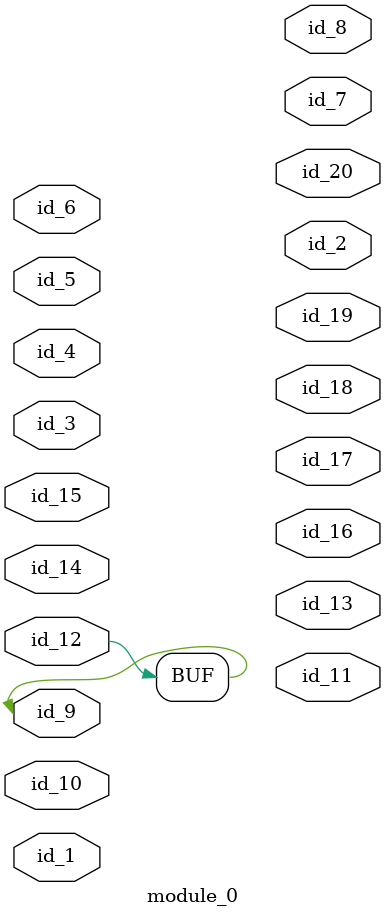
<source format=v>
module module_0 (
    id_1,
    id_2,
    id_3,
    id_4,
    id_5,
    id_6,
    id_7,
    id_8,
    id_9,
    id_10,
    id_11,
    id_12,
    id_13,
    id_14,
    id_15,
    id_16,
    id_17,
    id_18,
    id_19,
    id_20
);
  output id_20;
  output id_19;
  output id_18;
  output id_17;
  output id_16;
  input id_15;
  input id_14;
  output id_13;
  input id_12;
  output id_11;
  input id_10;
  input id_9;
  output id_8;
  output id_7;
  input id_6;
  input id_5;
  input id_4;
  input id_3;
  output id_2;
  input id_1;
  assign id_9 = id_12;
endmodule

</source>
